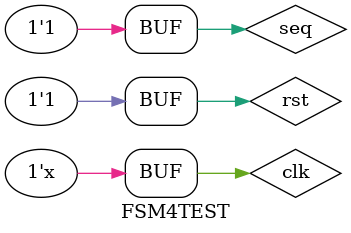
<source format=v>
`timescale 1ns / 1ps


//20L118 HARIHARAN R R
module FSM4TEST;

	// Inputs
	reg seq;
	reg clk;
	reg rst;

	// Outputs
	wire dout;

	// Instantiate the Unit Under Test (UUT)
	FSM4 uut (
		.seq(seq), 
		.clk(clk), 
		.rst(rst), 
		.dout(dout)
	);

	initial begin
		// Initialize Inputs
		seq = 0;
		clk = 0;
		rst = 0;
		end
      always #100 clk=~clk;
		// Wait 100 ns for global reset to finish
		initial begin
		#100 rst=1'b0;seq=1'b0;
	   #100 rst=1'b0;seq=1'b1;
		#100 rst=1'b1;seq=1'b0;
		#100 rst=1'b1;seq=1'b1;
        
		// Add stimulus here

	end
      
endmodule


</source>
